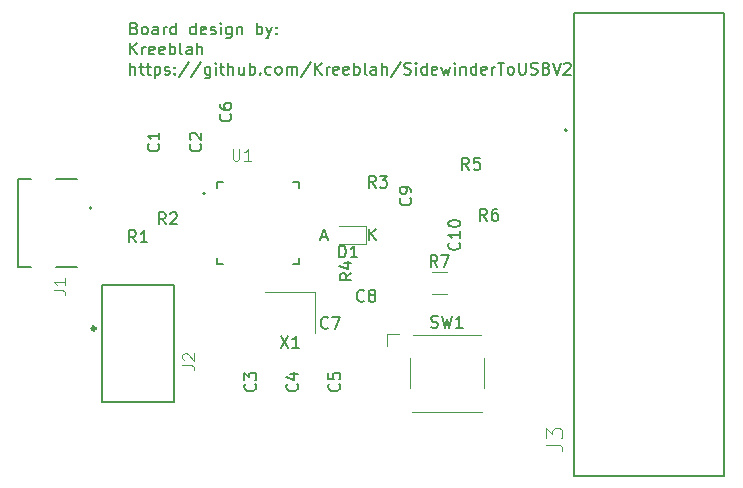
<source format=gbr>
%TF.GenerationSoftware,KiCad,Pcbnew,(5.1.6-85-g2d1f6937d)*%
%TF.CreationDate,2020-09-07T12:40:43-07:00*%
%TF.ProjectId,3DProUsb,33445072-6f55-4736-922e-6b696361645f,rev?*%
%TF.SameCoordinates,Original*%
%TF.FileFunction,Legend,Top*%
%TF.FilePolarity,Positive*%
%FSLAX46Y46*%
G04 Gerber Fmt 4.6, Leading zero omitted, Abs format (unit mm)*
G04 Created by KiCad (PCBNEW (5.1.6-85-g2d1f6937d)) date 2020-09-07 12:40:43*
%MOMM*%
%LPD*%
G01*
G04 APERTURE LIST*
%ADD10C,0.150000*%
%ADD11C,0.200000*%
%ADD12C,0.120000*%
%ADD13C,0.127000*%
%ADD14C,0.300000*%
%ADD15C,0.015000*%
G04 APERTURE END LIST*
D10*
X90439904Y-86272666D02*
X90916095Y-86272666D01*
X90344666Y-86558380D02*
X90678000Y-85558380D01*
X91011333Y-86558380D01*
X94480095Y-86558380D02*
X94480095Y-85558380D01*
X95051523Y-86558380D02*
X94622952Y-85986952D01*
X95051523Y-85558380D02*
X94480095Y-86129809D01*
D11*
X74615428Y-68586571D02*
X74758285Y-68634190D01*
X74805904Y-68681809D01*
X74853523Y-68777047D01*
X74853523Y-68919904D01*
X74805904Y-69015142D01*
X74758285Y-69062761D01*
X74663047Y-69110380D01*
X74282095Y-69110380D01*
X74282095Y-68110380D01*
X74615428Y-68110380D01*
X74710666Y-68158000D01*
X74758285Y-68205619D01*
X74805904Y-68300857D01*
X74805904Y-68396095D01*
X74758285Y-68491333D01*
X74710666Y-68538952D01*
X74615428Y-68586571D01*
X74282095Y-68586571D01*
X75424952Y-69110380D02*
X75329714Y-69062761D01*
X75282095Y-69015142D01*
X75234476Y-68919904D01*
X75234476Y-68634190D01*
X75282095Y-68538952D01*
X75329714Y-68491333D01*
X75424952Y-68443714D01*
X75567809Y-68443714D01*
X75663047Y-68491333D01*
X75710666Y-68538952D01*
X75758285Y-68634190D01*
X75758285Y-68919904D01*
X75710666Y-69015142D01*
X75663047Y-69062761D01*
X75567809Y-69110380D01*
X75424952Y-69110380D01*
X76615428Y-69110380D02*
X76615428Y-68586571D01*
X76567809Y-68491333D01*
X76472571Y-68443714D01*
X76282095Y-68443714D01*
X76186857Y-68491333D01*
X76615428Y-69062761D02*
X76520190Y-69110380D01*
X76282095Y-69110380D01*
X76186857Y-69062761D01*
X76139238Y-68967523D01*
X76139238Y-68872285D01*
X76186857Y-68777047D01*
X76282095Y-68729428D01*
X76520190Y-68729428D01*
X76615428Y-68681809D01*
X77091619Y-69110380D02*
X77091619Y-68443714D01*
X77091619Y-68634190D02*
X77139238Y-68538952D01*
X77186857Y-68491333D01*
X77282095Y-68443714D01*
X77377333Y-68443714D01*
X78139238Y-69110380D02*
X78139238Y-68110380D01*
X78139238Y-69062761D02*
X78044000Y-69110380D01*
X77853523Y-69110380D01*
X77758285Y-69062761D01*
X77710666Y-69015142D01*
X77663047Y-68919904D01*
X77663047Y-68634190D01*
X77710666Y-68538952D01*
X77758285Y-68491333D01*
X77853523Y-68443714D01*
X78044000Y-68443714D01*
X78139238Y-68491333D01*
X79805904Y-69110380D02*
X79805904Y-68110380D01*
X79805904Y-69062761D02*
X79710666Y-69110380D01*
X79520190Y-69110380D01*
X79424952Y-69062761D01*
X79377333Y-69015142D01*
X79329714Y-68919904D01*
X79329714Y-68634190D01*
X79377333Y-68538952D01*
X79424952Y-68491333D01*
X79520190Y-68443714D01*
X79710666Y-68443714D01*
X79805904Y-68491333D01*
X80663047Y-69062761D02*
X80567809Y-69110380D01*
X80377333Y-69110380D01*
X80282095Y-69062761D01*
X80234476Y-68967523D01*
X80234476Y-68586571D01*
X80282095Y-68491333D01*
X80377333Y-68443714D01*
X80567809Y-68443714D01*
X80663047Y-68491333D01*
X80710666Y-68586571D01*
X80710666Y-68681809D01*
X80234476Y-68777047D01*
X81091619Y-69062761D02*
X81186857Y-69110380D01*
X81377333Y-69110380D01*
X81472571Y-69062761D01*
X81520190Y-68967523D01*
X81520190Y-68919904D01*
X81472571Y-68824666D01*
X81377333Y-68777047D01*
X81234476Y-68777047D01*
X81139238Y-68729428D01*
X81091619Y-68634190D01*
X81091619Y-68586571D01*
X81139238Y-68491333D01*
X81234476Y-68443714D01*
X81377333Y-68443714D01*
X81472571Y-68491333D01*
X81948761Y-69110380D02*
X81948761Y-68443714D01*
X81948761Y-68110380D02*
X81901142Y-68158000D01*
X81948761Y-68205619D01*
X81996380Y-68158000D01*
X81948761Y-68110380D01*
X81948761Y-68205619D01*
X82853523Y-68443714D02*
X82853523Y-69253238D01*
X82805904Y-69348476D01*
X82758285Y-69396095D01*
X82663047Y-69443714D01*
X82520190Y-69443714D01*
X82424952Y-69396095D01*
X82853523Y-69062761D02*
X82758285Y-69110380D01*
X82567809Y-69110380D01*
X82472571Y-69062761D01*
X82424952Y-69015142D01*
X82377333Y-68919904D01*
X82377333Y-68634190D01*
X82424952Y-68538952D01*
X82472571Y-68491333D01*
X82567809Y-68443714D01*
X82758285Y-68443714D01*
X82853523Y-68491333D01*
X83329714Y-68443714D02*
X83329714Y-69110380D01*
X83329714Y-68538952D02*
X83377333Y-68491333D01*
X83472571Y-68443714D01*
X83615428Y-68443714D01*
X83710666Y-68491333D01*
X83758285Y-68586571D01*
X83758285Y-69110380D01*
X84996380Y-69110380D02*
X84996380Y-68110380D01*
X84996380Y-68491333D02*
X85091619Y-68443714D01*
X85282095Y-68443714D01*
X85377333Y-68491333D01*
X85424952Y-68538952D01*
X85472571Y-68634190D01*
X85472571Y-68919904D01*
X85424952Y-69015142D01*
X85377333Y-69062761D01*
X85282095Y-69110380D01*
X85091619Y-69110380D01*
X84996380Y-69062761D01*
X85805904Y-68443714D02*
X86044000Y-69110380D01*
X86282095Y-68443714D02*
X86044000Y-69110380D01*
X85948761Y-69348476D01*
X85901142Y-69396095D01*
X85805904Y-69443714D01*
X86663047Y-69015142D02*
X86710666Y-69062761D01*
X86663047Y-69110380D01*
X86615428Y-69062761D01*
X86663047Y-69015142D01*
X86663047Y-69110380D01*
X86663047Y-68491333D02*
X86710666Y-68538952D01*
X86663047Y-68586571D01*
X86615428Y-68538952D01*
X86663047Y-68491333D01*
X86663047Y-68586571D01*
X74282095Y-70810380D02*
X74282095Y-69810380D01*
X74853523Y-70810380D02*
X74424952Y-70238952D01*
X74853523Y-69810380D02*
X74282095Y-70381809D01*
X75282095Y-70810380D02*
X75282095Y-70143714D01*
X75282095Y-70334190D02*
X75329714Y-70238952D01*
X75377333Y-70191333D01*
X75472571Y-70143714D01*
X75567809Y-70143714D01*
X76282095Y-70762761D02*
X76186857Y-70810380D01*
X75996380Y-70810380D01*
X75901142Y-70762761D01*
X75853523Y-70667523D01*
X75853523Y-70286571D01*
X75901142Y-70191333D01*
X75996380Y-70143714D01*
X76186857Y-70143714D01*
X76282095Y-70191333D01*
X76329714Y-70286571D01*
X76329714Y-70381809D01*
X75853523Y-70477047D01*
X77139238Y-70762761D02*
X77044000Y-70810380D01*
X76853523Y-70810380D01*
X76758285Y-70762761D01*
X76710666Y-70667523D01*
X76710666Y-70286571D01*
X76758285Y-70191333D01*
X76853523Y-70143714D01*
X77044000Y-70143714D01*
X77139238Y-70191333D01*
X77186857Y-70286571D01*
X77186857Y-70381809D01*
X76710666Y-70477047D01*
X77615428Y-70810380D02*
X77615428Y-69810380D01*
X77615428Y-70191333D02*
X77710666Y-70143714D01*
X77901142Y-70143714D01*
X77996380Y-70191333D01*
X78044000Y-70238952D01*
X78091619Y-70334190D01*
X78091619Y-70619904D01*
X78044000Y-70715142D01*
X77996380Y-70762761D01*
X77901142Y-70810380D01*
X77710666Y-70810380D01*
X77615428Y-70762761D01*
X78663047Y-70810380D02*
X78567809Y-70762761D01*
X78520190Y-70667523D01*
X78520190Y-69810380D01*
X79472571Y-70810380D02*
X79472571Y-70286571D01*
X79424952Y-70191333D01*
X79329714Y-70143714D01*
X79139238Y-70143714D01*
X79044000Y-70191333D01*
X79472571Y-70762761D02*
X79377333Y-70810380D01*
X79139238Y-70810380D01*
X79044000Y-70762761D01*
X78996380Y-70667523D01*
X78996380Y-70572285D01*
X79044000Y-70477047D01*
X79139238Y-70429428D01*
X79377333Y-70429428D01*
X79472571Y-70381809D01*
X79948761Y-70810380D02*
X79948761Y-69810380D01*
X80377333Y-70810380D02*
X80377333Y-70286571D01*
X80329714Y-70191333D01*
X80234476Y-70143714D01*
X80091619Y-70143714D01*
X79996380Y-70191333D01*
X79948761Y-70238952D01*
X74282095Y-72510380D02*
X74282095Y-71510380D01*
X74710666Y-72510380D02*
X74710666Y-71986571D01*
X74663047Y-71891333D01*
X74567809Y-71843714D01*
X74424952Y-71843714D01*
X74329714Y-71891333D01*
X74282095Y-71938952D01*
X75044000Y-71843714D02*
X75424952Y-71843714D01*
X75186857Y-71510380D02*
X75186857Y-72367523D01*
X75234476Y-72462761D01*
X75329714Y-72510380D01*
X75424952Y-72510380D01*
X75615428Y-71843714D02*
X75996380Y-71843714D01*
X75758285Y-71510380D02*
X75758285Y-72367523D01*
X75805904Y-72462761D01*
X75901142Y-72510380D01*
X75996380Y-72510380D01*
X76329714Y-71843714D02*
X76329714Y-72843714D01*
X76329714Y-71891333D02*
X76424952Y-71843714D01*
X76615428Y-71843714D01*
X76710666Y-71891333D01*
X76758285Y-71938952D01*
X76805904Y-72034190D01*
X76805904Y-72319904D01*
X76758285Y-72415142D01*
X76710666Y-72462761D01*
X76615428Y-72510380D01*
X76424952Y-72510380D01*
X76329714Y-72462761D01*
X77186857Y-72462761D02*
X77282095Y-72510380D01*
X77472571Y-72510380D01*
X77567809Y-72462761D01*
X77615428Y-72367523D01*
X77615428Y-72319904D01*
X77567809Y-72224666D01*
X77472571Y-72177047D01*
X77329714Y-72177047D01*
X77234476Y-72129428D01*
X77186857Y-72034190D01*
X77186857Y-71986571D01*
X77234476Y-71891333D01*
X77329714Y-71843714D01*
X77472571Y-71843714D01*
X77567809Y-71891333D01*
X78044000Y-72415142D02*
X78091619Y-72462761D01*
X78044000Y-72510380D01*
X77996380Y-72462761D01*
X78044000Y-72415142D01*
X78044000Y-72510380D01*
X78044000Y-71891333D02*
X78091619Y-71938952D01*
X78044000Y-71986571D01*
X77996380Y-71938952D01*
X78044000Y-71891333D01*
X78044000Y-71986571D01*
X79234476Y-71462761D02*
X78377333Y-72748476D01*
X80282095Y-71462761D02*
X79424952Y-72748476D01*
X81044000Y-71843714D02*
X81044000Y-72653238D01*
X80996380Y-72748476D01*
X80948761Y-72796095D01*
X80853523Y-72843714D01*
X80710666Y-72843714D01*
X80615428Y-72796095D01*
X81044000Y-72462761D02*
X80948761Y-72510380D01*
X80758285Y-72510380D01*
X80663047Y-72462761D01*
X80615428Y-72415142D01*
X80567809Y-72319904D01*
X80567809Y-72034190D01*
X80615428Y-71938952D01*
X80663047Y-71891333D01*
X80758285Y-71843714D01*
X80948761Y-71843714D01*
X81044000Y-71891333D01*
X81520190Y-72510380D02*
X81520190Y-71843714D01*
X81520190Y-71510380D02*
X81472571Y-71558000D01*
X81520190Y-71605619D01*
X81567809Y-71558000D01*
X81520190Y-71510380D01*
X81520190Y-71605619D01*
X81853523Y-71843714D02*
X82234476Y-71843714D01*
X81996380Y-71510380D02*
X81996380Y-72367523D01*
X82044000Y-72462761D01*
X82139238Y-72510380D01*
X82234476Y-72510380D01*
X82567809Y-72510380D02*
X82567809Y-71510380D01*
X82996380Y-72510380D02*
X82996380Y-71986571D01*
X82948761Y-71891333D01*
X82853523Y-71843714D01*
X82710666Y-71843714D01*
X82615428Y-71891333D01*
X82567809Y-71938952D01*
X83901142Y-71843714D02*
X83901142Y-72510380D01*
X83472571Y-71843714D02*
X83472571Y-72367523D01*
X83520190Y-72462761D01*
X83615428Y-72510380D01*
X83758285Y-72510380D01*
X83853523Y-72462761D01*
X83901142Y-72415142D01*
X84377333Y-72510380D02*
X84377333Y-71510380D01*
X84377333Y-71891333D02*
X84472571Y-71843714D01*
X84663047Y-71843714D01*
X84758285Y-71891333D01*
X84805904Y-71938952D01*
X84853523Y-72034190D01*
X84853523Y-72319904D01*
X84805904Y-72415142D01*
X84758285Y-72462761D01*
X84663047Y-72510380D01*
X84472571Y-72510380D01*
X84377333Y-72462761D01*
X85282095Y-72415142D02*
X85329714Y-72462761D01*
X85282095Y-72510380D01*
X85234476Y-72462761D01*
X85282095Y-72415142D01*
X85282095Y-72510380D01*
X86186857Y-72462761D02*
X86091619Y-72510380D01*
X85901142Y-72510380D01*
X85805904Y-72462761D01*
X85758285Y-72415142D01*
X85710666Y-72319904D01*
X85710666Y-72034190D01*
X85758285Y-71938952D01*
X85805904Y-71891333D01*
X85901142Y-71843714D01*
X86091619Y-71843714D01*
X86186857Y-71891333D01*
X86758285Y-72510380D02*
X86663047Y-72462761D01*
X86615428Y-72415142D01*
X86567809Y-72319904D01*
X86567809Y-72034190D01*
X86615428Y-71938952D01*
X86663047Y-71891333D01*
X86758285Y-71843714D01*
X86901142Y-71843714D01*
X86996380Y-71891333D01*
X87044000Y-71938952D01*
X87091619Y-72034190D01*
X87091619Y-72319904D01*
X87044000Y-72415142D01*
X86996380Y-72462761D01*
X86901142Y-72510380D01*
X86758285Y-72510380D01*
X87520190Y-72510380D02*
X87520190Y-71843714D01*
X87520190Y-71938952D02*
X87567809Y-71891333D01*
X87663047Y-71843714D01*
X87805904Y-71843714D01*
X87901142Y-71891333D01*
X87948761Y-71986571D01*
X87948761Y-72510380D01*
X87948761Y-71986571D02*
X87996380Y-71891333D01*
X88091619Y-71843714D01*
X88234476Y-71843714D01*
X88329714Y-71891333D01*
X88377333Y-71986571D01*
X88377333Y-72510380D01*
X89567809Y-71462761D02*
X88710666Y-72748476D01*
X89901142Y-72510380D02*
X89901142Y-71510380D01*
X90472571Y-72510380D02*
X90044000Y-71938952D01*
X90472571Y-71510380D02*
X89901142Y-72081809D01*
X90901142Y-72510380D02*
X90901142Y-71843714D01*
X90901142Y-72034190D02*
X90948761Y-71938952D01*
X90996380Y-71891333D01*
X91091619Y-71843714D01*
X91186857Y-71843714D01*
X91901142Y-72462761D02*
X91805904Y-72510380D01*
X91615428Y-72510380D01*
X91520190Y-72462761D01*
X91472571Y-72367523D01*
X91472571Y-71986571D01*
X91520190Y-71891333D01*
X91615428Y-71843714D01*
X91805904Y-71843714D01*
X91901142Y-71891333D01*
X91948761Y-71986571D01*
X91948761Y-72081809D01*
X91472571Y-72177047D01*
X92758285Y-72462761D02*
X92663047Y-72510380D01*
X92472571Y-72510380D01*
X92377333Y-72462761D01*
X92329714Y-72367523D01*
X92329714Y-71986571D01*
X92377333Y-71891333D01*
X92472571Y-71843714D01*
X92663047Y-71843714D01*
X92758285Y-71891333D01*
X92805904Y-71986571D01*
X92805904Y-72081809D01*
X92329714Y-72177047D01*
X93234476Y-72510380D02*
X93234476Y-71510380D01*
X93234476Y-71891333D02*
X93329714Y-71843714D01*
X93520190Y-71843714D01*
X93615428Y-71891333D01*
X93663047Y-71938952D01*
X93710666Y-72034190D01*
X93710666Y-72319904D01*
X93663047Y-72415142D01*
X93615428Y-72462761D01*
X93520190Y-72510380D01*
X93329714Y-72510380D01*
X93234476Y-72462761D01*
X94282095Y-72510380D02*
X94186857Y-72462761D01*
X94139238Y-72367523D01*
X94139238Y-71510380D01*
X95091619Y-72510380D02*
X95091619Y-71986571D01*
X95044000Y-71891333D01*
X94948761Y-71843714D01*
X94758285Y-71843714D01*
X94663047Y-71891333D01*
X95091619Y-72462761D02*
X94996380Y-72510380D01*
X94758285Y-72510380D01*
X94663047Y-72462761D01*
X94615428Y-72367523D01*
X94615428Y-72272285D01*
X94663047Y-72177047D01*
X94758285Y-72129428D01*
X94996380Y-72129428D01*
X95091619Y-72081809D01*
X95567809Y-72510380D02*
X95567809Y-71510380D01*
X95996380Y-72510380D02*
X95996380Y-71986571D01*
X95948761Y-71891333D01*
X95853523Y-71843714D01*
X95710666Y-71843714D01*
X95615428Y-71891333D01*
X95567809Y-71938952D01*
X97186857Y-71462761D02*
X96329714Y-72748476D01*
X97472571Y-72462761D02*
X97615428Y-72510380D01*
X97853523Y-72510380D01*
X97948761Y-72462761D01*
X97996380Y-72415142D01*
X98044000Y-72319904D01*
X98044000Y-72224666D01*
X97996380Y-72129428D01*
X97948761Y-72081809D01*
X97853523Y-72034190D01*
X97663047Y-71986571D01*
X97567809Y-71938952D01*
X97520190Y-71891333D01*
X97472571Y-71796095D01*
X97472571Y-71700857D01*
X97520190Y-71605619D01*
X97567809Y-71558000D01*
X97663047Y-71510380D01*
X97901142Y-71510380D01*
X98044000Y-71558000D01*
X98472571Y-72510380D02*
X98472571Y-71843714D01*
X98472571Y-71510380D02*
X98424952Y-71558000D01*
X98472571Y-71605619D01*
X98520190Y-71558000D01*
X98472571Y-71510380D01*
X98472571Y-71605619D01*
X99377333Y-72510380D02*
X99377333Y-71510380D01*
X99377333Y-72462761D02*
X99282095Y-72510380D01*
X99091619Y-72510380D01*
X98996380Y-72462761D01*
X98948761Y-72415142D01*
X98901142Y-72319904D01*
X98901142Y-72034190D01*
X98948761Y-71938952D01*
X98996380Y-71891333D01*
X99091619Y-71843714D01*
X99282095Y-71843714D01*
X99377333Y-71891333D01*
X100234476Y-72462761D02*
X100139238Y-72510380D01*
X99948761Y-72510380D01*
X99853523Y-72462761D01*
X99805904Y-72367523D01*
X99805904Y-71986571D01*
X99853523Y-71891333D01*
X99948761Y-71843714D01*
X100139238Y-71843714D01*
X100234476Y-71891333D01*
X100282095Y-71986571D01*
X100282095Y-72081809D01*
X99805904Y-72177047D01*
X100615428Y-71843714D02*
X100805904Y-72510380D01*
X100996380Y-72034190D01*
X101186857Y-72510380D01*
X101377333Y-71843714D01*
X101758285Y-72510380D02*
X101758285Y-71843714D01*
X101758285Y-71510380D02*
X101710666Y-71558000D01*
X101758285Y-71605619D01*
X101805904Y-71558000D01*
X101758285Y-71510380D01*
X101758285Y-71605619D01*
X102234476Y-71843714D02*
X102234476Y-72510380D01*
X102234476Y-71938952D02*
X102282095Y-71891333D01*
X102377333Y-71843714D01*
X102520190Y-71843714D01*
X102615428Y-71891333D01*
X102663047Y-71986571D01*
X102663047Y-72510380D01*
X103567809Y-72510380D02*
X103567809Y-71510380D01*
X103567809Y-72462761D02*
X103472571Y-72510380D01*
X103282095Y-72510380D01*
X103186857Y-72462761D01*
X103139238Y-72415142D01*
X103091619Y-72319904D01*
X103091619Y-72034190D01*
X103139238Y-71938952D01*
X103186857Y-71891333D01*
X103282095Y-71843714D01*
X103472571Y-71843714D01*
X103567809Y-71891333D01*
X104424952Y-72462761D02*
X104329714Y-72510380D01*
X104139238Y-72510380D01*
X104044000Y-72462761D01*
X103996380Y-72367523D01*
X103996380Y-71986571D01*
X104044000Y-71891333D01*
X104139238Y-71843714D01*
X104329714Y-71843714D01*
X104424952Y-71891333D01*
X104472571Y-71986571D01*
X104472571Y-72081809D01*
X103996380Y-72177047D01*
X104901142Y-72510380D02*
X104901142Y-71843714D01*
X104901142Y-72034190D02*
X104948761Y-71938952D01*
X104996380Y-71891333D01*
X105091619Y-71843714D01*
X105186857Y-71843714D01*
X105377333Y-71510380D02*
X105948761Y-71510380D01*
X105663047Y-72510380D02*
X105663047Y-71510380D01*
X106424952Y-72510380D02*
X106329714Y-72462761D01*
X106282095Y-72415142D01*
X106234476Y-72319904D01*
X106234476Y-72034190D01*
X106282095Y-71938952D01*
X106329714Y-71891333D01*
X106424952Y-71843714D01*
X106567809Y-71843714D01*
X106663047Y-71891333D01*
X106710666Y-71938952D01*
X106758285Y-72034190D01*
X106758285Y-72319904D01*
X106710666Y-72415142D01*
X106663047Y-72462761D01*
X106567809Y-72510380D01*
X106424952Y-72510380D01*
X107186857Y-71510380D02*
X107186857Y-72319904D01*
X107234476Y-72415142D01*
X107282095Y-72462761D01*
X107377333Y-72510380D01*
X107567809Y-72510380D01*
X107663047Y-72462761D01*
X107710666Y-72415142D01*
X107758285Y-72319904D01*
X107758285Y-71510380D01*
X108186857Y-72462761D02*
X108329714Y-72510380D01*
X108567809Y-72510380D01*
X108663047Y-72462761D01*
X108710666Y-72415142D01*
X108758285Y-72319904D01*
X108758285Y-72224666D01*
X108710666Y-72129428D01*
X108663047Y-72081809D01*
X108567809Y-72034190D01*
X108377333Y-71986571D01*
X108282095Y-71938952D01*
X108234476Y-71891333D01*
X108186857Y-71796095D01*
X108186857Y-71700857D01*
X108234476Y-71605619D01*
X108282095Y-71558000D01*
X108377333Y-71510380D01*
X108615428Y-71510380D01*
X108758285Y-71558000D01*
X109520190Y-71986571D02*
X109663047Y-72034190D01*
X109710666Y-72081809D01*
X109758285Y-72177047D01*
X109758285Y-72319904D01*
X109710666Y-72415142D01*
X109663047Y-72462761D01*
X109567809Y-72510380D01*
X109186857Y-72510380D01*
X109186857Y-71510380D01*
X109520190Y-71510380D01*
X109615428Y-71558000D01*
X109663047Y-71605619D01*
X109710666Y-71700857D01*
X109710666Y-71796095D01*
X109663047Y-71891333D01*
X109615428Y-71938952D01*
X109520190Y-71986571D01*
X109186857Y-71986571D01*
X110044000Y-71510380D02*
X110377333Y-72510380D01*
X110710666Y-71510380D01*
X110996380Y-71605619D02*
X111044000Y-71558000D01*
X111139238Y-71510380D01*
X111377333Y-71510380D01*
X111472571Y-71558000D01*
X111520190Y-71605619D01*
X111567809Y-71700857D01*
X111567809Y-71796095D01*
X111520190Y-71938952D01*
X110948761Y-72510380D01*
X111567809Y-72510380D01*
D12*
%TO.C,SW1*%
X103992000Y-94540000D02*
X98192000Y-94540000D01*
X104092000Y-101040000D02*
X98092000Y-101040000D01*
X104192000Y-96490000D02*
X104192000Y-99090000D01*
X97992000Y-96490000D02*
X97992000Y-99090000D01*
X95992000Y-95490000D02*
X95992000Y-94490000D01*
X95992000Y-94490000D02*
X96992000Y-94490000D01*
%TO.C,X1*%
X89914000Y-94394000D02*
X89914000Y-90894000D01*
X89914000Y-90894000D02*
X85714000Y-90894000D01*
%TO.C,D1*%
X91910000Y-86841000D02*
X94195000Y-86841000D01*
X94195000Y-86841000D02*
X94195000Y-85371000D01*
X94195000Y-85371000D02*
X91910000Y-85371000D01*
D13*
%TO.C,U1*%
X81590000Y-81590000D02*
X81590000Y-82140000D01*
X81590000Y-88590000D02*
X81590000Y-88040000D01*
X88590000Y-81590000D02*
X88590000Y-82140000D01*
X88590000Y-88590000D02*
X88590000Y-88040000D01*
X81590000Y-81590000D02*
X82140000Y-81590000D01*
X81590000Y-88590000D02*
X82140000Y-88590000D01*
X88590000Y-81590000D02*
X88040000Y-81590000D01*
X88590000Y-88590000D02*
X88040000Y-88590000D01*
D11*
X80620000Y-82590000D02*
G75*
G03*
X80620000Y-82590000I-100000J0D01*
G01*
D12*
%TO.C,R7*%
X99851936Y-91080000D02*
X101056064Y-91080000D01*
X99851936Y-89260000D02*
X101056064Y-89260000D01*
D13*
%TO.C,J3*%
X111882000Y-67268000D02*
X124582000Y-67268000D01*
X124582000Y-67268000D02*
X124582000Y-106468000D01*
X124582000Y-106468000D02*
X111882000Y-106468000D01*
X111882000Y-106468000D02*
X111882000Y-67268000D01*
D11*
X111234400Y-77233000D02*
G75*
G03*
X111234400Y-77233000I-100000J0D01*
G01*
D14*
%TO.C,J2*%
X71330000Y-94000000D02*
G75*
G03*
X71330000Y-94000000I-150000J0D01*
G01*
D13*
X77978000Y-100203000D02*
X77978000Y-90297000D01*
X71882000Y-100203000D02*
X77978000Y-100203000D01*
X71882000Y-90297000D02*
X71882000Y-100203000D01*
X77978000Y-90297000D02*
X71882000Y-90297000D01*
%TO.C,J1*%
X64810000Y-81340000D02*
X65860000Y-81340000D01*
X64810000Y-88840000D02*
X64810000Y-81340000D01*
X65860000Y-88840000D02*
X64810000Y-88840000D01*
D11*
X71010000Y-83790000D02*
G75*
G03*
X71010000Y-83790000I-100000J0D01*
G01*
D13*
X69810000Y-88840000D02*
X67960000Y-88840000D01*
X67960000Y-81340000D02*
X69810000Y-81340000D01*
%TO.C,SW1*%
D10*
X99758666Y-93894761D02*
X99901523Y-93942380D01*
X100139619Y-93942380D01*
X100234857Y-93894761D01*
X100282476Y-93847142D01*
X100330095Y-93751904D01*
X100330095Y-93656666D01*
X100282476Y-93561428D01*
X100234857Y-93513809D01*
X100139619Y-93466190D01*
X99949142Y-93418571D01*
X99853904Y-93370952D01*
X99806285Y-93323333D01*
X99758666Y-93228095D01*
X99758666Y-93132857D01*
X99806285Y-93037619D01*
X99853904Y-92990000D01*
X99949142Y-92942380D01*
X100187238Y-92942380D01*
X100330095Y-92990000D01*
X100663428Y-92942380D02*
X100901523Y-93942380D01*
X101092000Y-93228095D01*
X101282476Y-93942380D01*
X101520571Y-92942380D01*
X102425333Y-93942380D02*
X101853904Y-93942380D01*
X102139619Y-93942380D02*
X102139619Y-92942380D01*
X102044380Y-93085238D01*
X101949142Y-93180476D01*
X101853904Y-93228095D01*
%TO.C,X1*%
X87004476Y-94646380D02*
X87671142Y-95646380D01*
X87671142Y-94646380D02*
X87004476Y-95646380D01*
X88575904Y-95646380D02*
X88004476Y-95646380D01*
X88290190Y-95646380D02*
X88290190Y-94646380D01*
X88194952Y-94789238D01*
X88099714Y-94884476D01*
X88004476Y-94932095D01*
%TO.C,D1*%
X91971904Y-87988380D02*
X91971904Y-86988380D01*
X92210000Y-86988380D01*
X92352857Y-87036000D01*
X92448095Y-87131238D01*
X92495714Y-87226476D01*
X92543333Y-87416952D01*
X92543333Y-87559809D01*
X92495714Y-87750285D01*
X92448095Y-87845523D01*
X92352857Y-87940761D01*
X92210000Y-87988380D01*
X91971904Y-87988380D01*
X93495714Y-87988380D02*
X92924285Y-87988380D01*
X93210000Y-87988380D02*
X93210000Y-86988380D01*
X93114761Y-87131238D01*
X93019523Y-87226476D01*
X92924285Y-87274095D01*
%TO.C,U1*%
D15*
X82943095Y-78792380D02*
X82943095Y-79601904D01*
X82990714Y-79697142D01*
X83038333Y-79744761D01*
X83133571Y-79792380D01*
X83324047Y-79792380D01*
X83419285Y-79744761D01*
X83466904Y-79697142D01*
X83514523Y-79601904D01*
X83514523Y-78792380D01*
X84514523Y-79792380D02*
X83943095Y-79792380D01*
X84228809Y-79792380D02*
X84228809Y-78792380D01*
X84133571Y-78935238D01*
X84038333Y-79030476D01*
X83943095Y-79078095D01*
%TO.C,R7*%
D10*
X100287333Y-88802380D02*
X99954000Y-88326190D01*
X99715904Y-88802380D02*
X99715904Y-87802380D01*
X100096857Y-87802380D01*
X100192095Y-87850000D01*
X100239714Y-87897619D01*
X100287333Y-87992857D01*
X100287333Y-88135714D01*
X100239714Y-88230952D01*
X100192095Y-88278571D01*
X100096857Y-88326190D01*
X99715904Y-88326190D01*
X100620666Y-87802380D02*
X101287333Y-87802380D01*
X100858761Y-88802380D01*
%TO.C,R6*%
X104481333Y-84880380D02*
X104148000Y-84404190D01*
X103909904Y-84880380D02*
X103909904Y-83880380D01*
X104290857Y-83880380D01*
X104386095Y-83928000D01*
X104433714Y-83975619D01*
X104481333Y-84070857D01*
X104481333Y-84213714D01*
X104433714Y-84308952D01*
X104386095Y-84356571D01*
X104290857Y-84404190D01*
X103909904Y-84404190D01*
X105338476Y-83880380D02*
X105148000Y-83880380D01*
X105052761Y-83928000D01*
X105005142Y-83975619D01*
X104909904Y-84118476D01*
X104862285Y-84308952D01*
X104862285Y-84689904D01*
X104909904Y-84785142D01*
X104957523Y-84832761D01*
X105052761Y-84880380D01*
X105243238Y-84880380D01*
X105338476Y-84832761D01*
X105386095Y-84785142D01*
X105433714Y-84689904D01*
X105433714Y-84451809D01*
X105386095Y-84356571D01*
X105338476Y-84308952D01*
X105243238Y-84261333D01*
X105052761Y-84261333D01*
X104957523Y-84308952D01*
X104909904Y-84356571D01*
X104862285Y-84451809D01*
%TO.C,R5*%
X102957333Y-80562380D02*
X102624000Y-80086190D01*
X102385904Y-80562380D02*
X102385904Y-79562380D01*
X102766857Y-79562380D01*
X102862095Y-79610000D01*
X102909714Y-79657619D01*
X102957333Y-79752857D01*
X102957333Y-79895714D01*
X102909714Y-79990952D01*
X102862095Y-80038571D01*
X102766857Y-80086190D01*
X102385904Y-80086190D01*
X103862095Y-79562380D02*
X103385904Y-79562380D01*
X103338285Y-80038571D01*
X103385904Y-79990952D01*
X103481142Y-79943333D01*
X103719238Y-79943333D01*
X103814476Y-79990952D01*
X103862095Y-80038571D01*
X103909714Y-80133809D01*
X103909714Y-80371904D01*
X103862095Y-80467142D01*
X103814476Y-80514761D01*
X103719238Y-80562380D01*
X103481142Y-80562380D01*
X103385904Y-80514761D01*
X103338285Y-80467142D01*
%TO.C,R4*%
X93008380Y-89320666D02*
X92532190Y-89654000D01*
X93008380Y-89892095D02*
X92008380Y-89892095D01*
X92008380Y-89511142D01*
X92056000Y-89415904D01*
X92103619Y-89368285D01*
X92198857Y-89320666D01*
X92341714Y-89320666D01*
X92436952Y-89368285D01*
X92484571Y-89415904D01*
X92532190Y-89511142D01*
X92532190Y-89892095D01*
X92341714Y-88463523D02*
X93008380Y-88463523D01*
X91960761Y-88701619D02*
X92675047Y-88939714D01*
X92675047Y-88320666D01*
%TO.C,R3*%
X95060333Y-82086380D02*
X94727000Y-81610190D01*
X94488904Y-82086380D02*
X94488904Y-81086380D01*
X94869857Y-81086380D01*
X94965095Y-81134000D01*
X95012714Y-81181619D01*
X95060333Y-81276857D01*
X95060333Y-81419714D01*
X95012714Y-81514952D01*
X94965095Y-81562571D01*
X94869857Y-81610190D01*
X94488904Y-81610190D01*
X95393666Y-81086380D02*
X96012714Y-81086380D01*
X95679380Y-81467333D01*
X95822238Y-81467333D01*
X95917476Y-81514952D01*
X95965095Y-81562571D01*
X96012714Y-81657809D01*
X96012714Y-81895904D01*
X95965095Y-81991142D01*
X95917476Y-82038761D01*
X95822238Y-82086380D01*
X95536523Y-82086380D01*
X95441285Y-82038761D01*
X95393666Y-81991142D01*
%TO.C,R2*%
X77280333Y-85188380D02*
X76947000Y-84712190D01*
X76708904Y-85188380D02*
X76708904Y-84188380D01*
X77089857Y-84188380D01*
X77185095Y-84236000D01*
X77232714Y-84283619D01*
X77280333Y-84378857D01*
X77280333Y-84521714D01*
X77232714Y-84616952D01*
X77185095Y-84664571D01*
X77089857Y-84712190D01*
X76708904Y-84712190D01*
X77661285Y-84283619D02*
X77708904Y-84236000D01*
X77804142Y-84188380D01*
X78042238Y-84188380D01*
X78137476Y-84236000D01*
X78185095Y-84283619D01*
X78232714Y-84378857D01*
X78232714Y-84474095D01*
X78185095Y-84616952D01*
X77613666Y-85188380D01*
X78232714Y-85188380D01*
%TO.C,R1*%
X74763333Y-86712380D02*
X74430000Y-86236190D01*
X74191904Y-86712380D02*
X74191904Y-85712380D01*
X74572857Y-85712380D01*
X74668095Y-85760000D01*
X74715714Y-85807619D01*
X74763333Y-85902857D01*
X74763333Y-86045714D01*
X74715714Y-86140952D01*
X74668095Y-86188571D01*
X74572857Y-86236190D01*
X74191904Y-86236190D01*
X75715714Y-86712380D02*
X75144285Y-86712380D01*
X75430000Y-86712380D02*
X75430000Y-85712380D01*
X75334761Y-85855238D01*
X75239523Y-85950476D01*
X75144285Y-85998095D01*
%TO.C,J3*%
D15*
X109468483Y-103845183D02*
X110469591Y-103845183D01*
X110669813Y-103911924D01*
X110803294Y-104045405D01*
X110870034Y-104245626D01*
X110870034Y-104379107D01*
X109468483Y-103311259D02*
X109468483Y-102443632D01*
X110002408Y-102910816D01*
X110002408Y-102710594D01*
X110069148Y-102577113D01*
X110135889Y-102510373D01*
X110269370Y-102443632D01*
X110603072Y-102443632D01*
X110736553Y-102510373D01*
X110803294Y-102577113D01*
X110870034Y-102710594D01*
X110870034Y-103111037D01*
X110803294Y-103244518D01*
X110736553Y-103311259D01*
%TO.C,J2*%
X78699376Y-97107945D02*
X79414972Y-97107945D01*
X79558091Y-97155651D01*
X79653504Y-97251064D01*
X79701211Y-97394183D01*
X79701211Y-97489596D01*
X78794788Y-96678587D02*
X78747082Y-96630880D01*
X78699376Y-96535467D01*
X78699376Y-96296935D01*
X78747082Y-96201522D01*
X78794788Y-96153816D01*
X78890201Y-96106110D01*
X78985614Y-96106110D01*
X79128733Y-96153816D01*
X79701211Y-96726293D01*
X79701211Y-96106110D01*
%TO.C,J1*%
X67778346Y-90757354D02*
X68492677Y-90757354D01*
X68635543Y-90804976D01*
X68730787Y-90900220D01*
X68778409Y-91043086D01*
X68778409Y-91138330D01*
X68778409Y-89757291D02*
X68778409Y-90328755D01*
X68778409Y-90043023D02*
X67778346Y-90043023D01*
X67921212Y-90138267D01*
X68016456Y-90233511D01*
X68064078Y-90328755D01*
%TO.C,C10*%
D10*
X102111142Y-86748857D02*
X102158761Y-86796476D01*
X102206380Y-86939333D01*
X102206380Y-87034571D01*
X102158761Y-87177428D01*
X102063523Y-87272666D01*
X101968285Y-87320285D01*
X101777809Y-87367904D01*
X101634952Y-87367904D01*
X101444476Y-87320285D01*
X101349238Y-87272666D01*
X101254000Y-87177428D01*
X101206380Y-87034571D01*
X101206380Y-86939333D01*
X101254000Y-86796476D01*
X101301619Y-86748857D01*
X102206380Y-85796476D02*
X102206380Y-86367904D01*
X102206380Y-86082190D02*
X101206380Y-86082190D01*
X101349238Y-86177428D01*
X101444476Y-86272666D01*
X101492095Y-86367904D01*
X101206380Y-85177428D02*
X101206380Y-85082190D01*
X101254000Y-84986952D01*
X101301619Y-84939333D01*
X101396857Y-84891714D01*
X101587333Y-84844095D01*
X101825428Y-84844095D01*
X102015904Y-84891714D01*
X102111142Y-84939333D01*
X102158761Y-84986952D01*
X102206380Y-85082190D01*
X102206380Y-85177428D01*
X102158761Y-85272666D01*
X102111142Y-85320285D01*
X102015904Y-85367904D01*
X101825428Y-85415523D01*
X101587333Y-85415523D01*
X101396857Y-85367904D01*
X101301619Y-85320285D01*
X101254000Y-85272666D01*
X101206380Y-85177428D01*
%TO.C,C9*%
X97993142Y-82970666D02*
X98040761Y-83018285D01*
X98088380Y-83161142D01*
X98088380Y-83256380D01*
X98040761Y-83399238D01*
X97945523Y-83494476D01*
X97850285Y-83542095D01*
X97659809Y-83589714D01*
X97516952Y-83589714D01*
X97326476Y-83542095D01*
X97231238Y-83494476D01*
X97136000Y-83399238D01*
X97088380Y-83256380D01*
X97088380Y-83161142D01*
X97136000Y-83018285D01*
X97183619Y-82970666D01*
X98088380Y-82494476D02*
X98088380Y-82304000D01*
X98040761Y-82208761D01*
X97993142Y-82161142D01*
X97850285Y-82065904D01*
X97659809Y-82018285D01*
X97278857Y-82018285D01*
X97183619Y-82065904D01*
X97136000Y-82113523D01*
X97088380Y-82208761D01*
X97088380Y-82399238D01*
X97136000Y-82494476D01*
X97183619Y-82542095D01*
X97278857Y-82589714D01*
X97516952Y-82589714D01*
X97612190Y-82542095D01*
X97659809Y-82494476D01*
X97707428Y-82399238D01*
X97707428Y-82208761D01*
X97659809Y-82113523D01*
X97612190Y-82065904D01*
X97516952Y-82018285D01*
%TO.C,C8*%
X94067333Y-91643142D02*
X94019714Y-91690761D01*
X93876857Y-91738380D01*
X93781619Y-91738380D01*
X93638761Y-91690761D01*
X93543523Y-91595523D01*
X93495904Y-91500285D01*
X93448285Y-91309809D01*
X93448285Y-91166952D01*
X93495904Y-90976476D01*
X93543523Y-90881238D01*
X93638761Y-90786000D01*
X93781619Y-90738380D01*
X93876857Y-90738380D01*
X94019714Y-90786000D01*
X94067333Y-90833619D01*
X94638761Y-91166952D02*
X94543523Y-91119333D01*
X94495904Y-91071714D01*
X94448285Y-90976476D01*
X94448285Y-90928857D01*
X94495904Y-90833619D01*
X94543523Y-90786000D01*
X94638761Y-90738380D01*
X94829238Y-90738380D01*
X94924476Y-90786000D01*
X94972095Y-90833619D01*
X95019714Y-90928857D01*
X95019714Y-90976476D01*
X94972095Y-91071714D01*
X94924476Y-91119333D01*
X94829238Y-91166952D01*
X94638761Y-91166952D01*
X94543523Y-91214571D01*
X94495904Y-91262190D01*
X94448285Y-91357428D01*
X94448285Y-91547904D01*
X94495904Y-91643142D01*
X94543523Y-91690761D01*
X94638761Y-91738380D01*
X94829238Y-91738380D01*
X94924476Y-91690761D01*
X94972095Y-91643142D01*
X95019714Y-91547904D01*
X95019714Y-91357428D01*
X94972095Y-91262190D01*
X94924476Y-91214571D01*
X94829238Y-91166952D01*
%TO.C,C7*%
X91019333Y-93929142D02*
X90971714Y-93976761D01*
X90828857Y-94024380D01*
X90733619Y-94024380D01*
X90590761Y-93976761D01*
X90495523Y-93881523D01*
X90447904Y-93786285D01*
X90400285Y-93595809D01*
X90400285Y-93452952D01*
X90447904Y-93262476D01*
X90495523Y-93167238D01*
X90590761Y-93072000D01*
X90733619Y-93024380D01*
X90828857Y-93024380D01*
X90971714Y-93072000D01*
X91019333Y-93119619D01*
X91352666Y-93024380D02*
X92019333Y-93024380D01*
X91590761Y-94024380D01*
%TO.C,C6*%
X82753142Y-75858666D02*
X82800761Y-75906285D01*
X82848380Y-76049142D01*
X82848380Y-76144380D01*
X82800761Y-76287238D01*
X82705523Y-76382476D01*
X82610285Y-76430095D01*
X82419809Y-76477714D01*
X82276952Y-76477714D01*
X82086476Y-76430095D01*
X81991238Y-76382476D01*
X81896000Y-76287238D01*
X81848380Y-76144380D01*
X81848380Y-76049142D01*
X81896000Y-75906285D01*
X81943619Y-75858666D01*
X81848380Y-75001523D02*
X81848380Y-75192000D01*
X81896000Y-75287238D01*
X81943619Y-75334857D01*
X82086476Y-75430095D01*
X82276952Y-75477714D01*
X82657904Y-75477714D01*
X82753142Y-75430095D01*
X82800761Y-75382476D01*
X82848380Y-75287238D01*
X82848380Y-75096761D01*
X82800761Y-75001523D01*
X82753142Y-74953904D01*
X82657904Y-74906285D01*
X82419809Y-74906285D01*
X82324571Y-74953904D01*
X82276952Y-75001523D01*
X82229333Y-75096761D01*
X82229333Y-75287238D01*
X82276952Y-75382476D01*
X82324571Y-75430095D01*
X82419809Y-75477714D01*
%TO.C,C5*%
X91951142Y-98695666D02*
X91998761Y-98743285D01*
X92046380Y-98886142D01*
X92046380Y-98981380D01*
X91998761Y-99124238D01*
X91903523Y-99219476D01*
X91808285Y-99267095D01*
X91617809Y-99314714D01*
X91474952Y-99314714D01*
X91284476Y-99267095D01*
X91189238Y-99219476D01*
X91094000Y-99124238D01*
X91046380Y-98981380D01*
X91046380Y-98886142D01*
X91094000Y-98743285D01*
X91141619Y-98695666D01*
X91046380Y-97790904D02*
X91046380Y-98267095D01*
X91522571Y-98314714D01*
X91474952Y-98267095D01*
X91427333Y-98171857D01*
X91427333Y-97933761D01*
X91474952Y-97838523D01*
X91522571Y-97790904D01*
X91617809Y-97743285D01*
X91855904Y-97743285D01*
X91951142Y-97790904D01*
X91998761Y-97838523D01*
X92046380Y-97933761D01*
X92046380Y-98171857D01*
X91998761Y-98267095D01*
X91951142Y-98314714D01*
%TO.C,C4*%
X88395142Y-98718666D02*
X88442761Y-98766285D01*
X88490380Y-98909142D01*
X88490380Y-99004380D01*
X88442761Y-99147238D01*
X88347523Y-99242476D01*
X88252285Y-99290095D01*
X88061809Y-99337714D01*
X87918952Y-99337714D01*
X87728476Y-99290095D01*
X87633238Y-99242476D01*
X87538000Y-99147238D01*
X87490380Y-99004380D01*
X87490380Y-98909142D01*
X87538000Y-98766285D01*
X87585619Y-98718666D01*
X87823714Y-97861523D02*
X88490380Y-97861523D01*
X87442761Y-98099619D02*
X88157047Y-98337714D01*
X88157047Y-97718666D01*
%TO.C,C3*%
X84839142Y-98718666D02*
X84886761Y-98766285D01*
X84934380Y-98909142D01*
X84934380Y-99004380D01*
X84886761Y-99147238D01*
X84791523Y-99242476D01*
X84696285Y-99290095D01*
X84505809Y-99337714D01*
X84362952Y-99337714D01*
X84172476Y-99290095D01*
X84077238Y-99242476D01*
X83982000Y-99147238D01*
X83934380Y-99004380D01*
X83934380Y-98909142D01*
X83982000Y-98766285D01*
X84029619Y-98718666D01*
X83934380Y-98385333D02*
X83934380Y-97766285D01*
X84315333Y-98099619D01*
X84315333Y-97956761D01*
X84362952Y-97861523D01*
X84410571Y-97813904D01*
X84505809Y-97766285D01*
X84743904Y-97766285D01*
X84839142Y-97813904D01*
X84886761Y-97861523D01*
X84934380Y-97956761D01*
X84934380Y-98242476D01*
X84886761Y-98337714D01*
X84839142Y-98385333D01*
%TO.C,C2*%
X80213142Y-78398666D02*
X80260761Y-78446285D01*
X80308380Y-78589142D01*
X80308380Y-78684380D01*
X80260761Y-78827238D01*
X80165523Y-78922476D01*
X80070285Y-78970095D01*
X79879809Y-79017714D01*
X79736952Y-79017714D01*
X79546476Y-78970095D01*
X79451238Y-78922476D01*
X79356000Y-78827238D01*
X79308380Y-78684380D01*
X79308380Y-78589142D01*
X79356000Y-78446285D01*
X79403619Y-78398666D01*
X79403619Y-78017714D02*
X79356000Y-77970095D01*
X79308380Y-77874857D01*
X79308380Y-77636761D01*
X79356000Y-77541523D01*
X79403619Y-77493904D01*
X79498857Y-77446285D01*
X79594095Y-77446285D01*
X79736952Y-77493904D01*
X80308380Y-78065333D01*
X80308380Y-77446285D01*
%TO.C,C1*%
X76657142Y-78375666D02*
X76704761Y-78423285D01*
X76752380Y-78566142D01*
X76752380Y-78661380D01*
X76704761Y-78804238D01*
X76609523Y-78899476D01*
X76514285Y-78947095D01*
X76323809Y-78994714D01*
X76180952Y-78994714D01*
X75990476Y-78947095D01*
X75895238Y-78899476D01*
X75800000Y-78804238D01*
X75752380Y-78661380D01*
X75752380Y-78566142D01*
X75800000Y-78423285D01*
X75847619Y-78375666D01*
X76752380Y-77423285D02*
X76752380Y-77994714D01*
X76752380Y-77709000D02*
X75752380Y-77709000D01*
X75895238Y-77804238D01*
X75990476Y-77899476D01*
X76038095Y-77994714D01*
%TD*%
M02*

</source>
